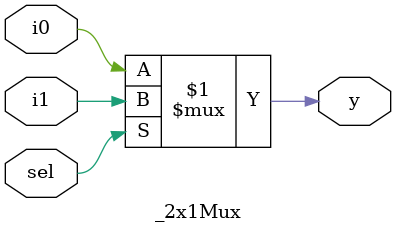
<source format=v>
`timescale 1ns / 1ps
module _2x1Mux(
    input i0,i1,sel,
    output y
    );
    assign y = sel?i1:i0;
endmodule

</source>
